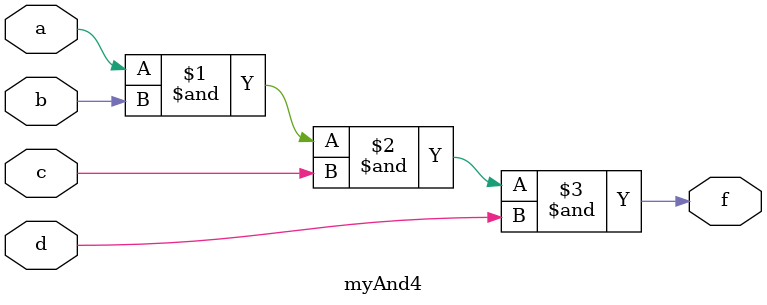
<source format=v>

`timescale 1ns/1ns

module comparison(f, a, b, c, d);
    input a, b, c, d;
    output f;
    wire a, b, c, d, x, y, f;

    lutmask8000 U_lut(x, a, b, c, d);
    myAnd4      V_and(y, a, b, c, d);

    // This should have caused Vivado to remove the entire circuit, but it
    // did not. I don't understand why not. Both the elaborated design and the
    // schematic for the synthesized design showed that the AND4 and LUT4 were
    // still there.
    // --John Hubbard

    assign f = x ^ y;
endmodule

module lutmask8000(f, a, b, c, d);
    input a, b, c, d;
    output f;

    LUT4 #(16'h8000) U(f, a, b, c, d);
endmodule

module myAnd4(f, a, b, c, d);
    input a, b, c, d;
    output f;

    assign f = a & b & c & d;
endmodule


</source>
